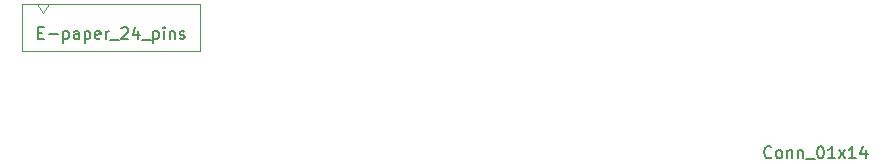
<source format=gbr>
G04 #@! TF.GenerationSoftware,KiCad,Pcbnew,5.99.0-unknown-711fc99~101~ubuntu18.04.1*
G04 #@! TF.CreationDate,2020-06-08T21:24:47+05:30*
G04 #@! TF.ProjectId,paperd.ink_main_pcb,70617065-7264-42e6-996e-6b5f6d61696e,rev?*
G04 #@! TF.SameCoordinates,Original*
G04 #@! TF.FileFunction,AssemblyDrawing,Top*
%FSLAX46Y46*%
G04 Gerber Fmt 4.6, Leading zero omitted, Abs format (unit mm)*
G04 Created by KiCad (PCBNEW 5.99.0-unknown-711fc99~101~ubuntu18.04.1) date 2020-06-08 21:24:47*
%MOMM*%
%LPD*%
G01*
G04 APERTURE LIST*
%ADD10C,0.150000*%
%ADD11C,0.100000*%
G04 APERTURE END LIST*
D10*
X119275523Y-125528571D02*
X119608857Y-125528571D01*
X119751714Y-126052380D02*
X119275523Y-126052380D01*
X119275523Y-125052380D01*
X119751714Y-125052380D01*
X120180285Y-125671428D02*
X120942190Y-125671428D01*
X121418380Y-125385714D02*
X121418380Y-126385714D01*
X121418380Y-125433333D02*
X121513619Y-125385714D01*
X121704095Y-125385714D01*
X121799333Y-125433333D01*
X121846952Y-125480952D01*
X121894571Y-125576190D01*
X121894571Y-125861904D01*
X121846952Y-125957142D01*
X121799333Y-126004761D01*
X121704095Y-126052380D01*
X121513619Y-126052380D01*
X121418380Y-126004761D01*
X122751714Y-126052380D02*
X122751714Y-125528571D01*
X122704095Y-125433333D01*
X122608857Y-125385714D01*
X122418380Y-125385714D01*
X122323142Y-125433333D01*
X122751714Y-126004761D02*
X122656476Y-126052380D01*
X122418380Y-126052380D01*
X122323142Y-126004761D01*
X122275523Y-125909523D01*
X122275523Y-125814285D01*
X122323142Y-125719047D01*
X122418380Y-125671428D01*
X122656476Y-125671428D01*
X122751714Y-125623809D01*
X123227904Y-125385714D02*
X123227904Y-126385714D01*
X123227904Y-125433333D02*
X123323142Y-125385714D01*
X123513619Y-125385714D01*
X123608857Y-125433333D01*
X123656476Y-125480952D01*
X123704095Y-125576190D01*
X123704095Y-125861904D01*
X123656476Y-125957142D01*
X123608857Y-126004761D01*
X123513619Y-126052380D01*
X123323142Y-126052380D01*
X123227904Y-126004761D01*
X124513619Y-126004761D02*
X124418380Y-126052380D01*
X124227904Y-126052380D01*
X124132666Y-126004761D01*
X124085047Y-125909523D01*
X124085047Y-125528571D01*
X124132666Y-125433333D01*
X124227904Y-125385714D01*
X124418380Y-125385714D01*
X124513619Y-125433333D01*
X124561238Y-125528571D01*
X124561238Y-125623809D01*
X124085047Y-125719047D01*
X124989809Y-126052380D02*
X124989809Y-125385714D01*
X124989809Y-125576190D02*
X125037428Y-125480952D01*
X125085047Y-125433333D01*
X125180285Y-125385714D01*
X125275523Y-125385714D01*
X125370761Y-126147619D02*
X126132666Y-126147619D01*
X126323142Y-125147619D02*
X126370761Y-125100000D01*
X126466000Y-125052380D01*
X126704095Y-125052380D01*
X126799333Y-125100000D01*
X126846952Y-125147619D01*
X126894571Y-125242857D01*
X126894571Y-125338095D01*
X126846952Y-125480952D01*
X126275523Y-126052380D01*
X126894571Y-126052380D01*
X127751714Y-125385714D02*
X127751714Y-126052380D01*
X127513619Y-125004761D02*
X127275523Y-125719047D01*
X127894571Y-125719047D01*
X128037428Y-126147619D02*
X128799333Y-126147619D01*
X129037428Y-125385714D02*
X129037428Y-126385714D01*
X129037428Y-125433333D02*
X129132666Y-125385714D01*
X129323142Y-125385714D01*
X129418380Y-125433333D01*
X129466000Y-125480952D01*
X129513619Y-125576190D01*
X129513619Y-125861904D01*
X129466000Y-125957142D01*
X129418380Y-126004761D01*
X129323142Y-126052380D01*
X129132666Y-126052380D01*
X129037428Y-126004761D01*
X129942190Y-126052380D02*
X129942190Y-125385714D01*
X129942190Y-125052380D02*
X129894571Y-125100000D01*
X129942190Y-125147619D01*
X129989809Y-125100000D01*
X129942190Y-125052380D01*
X129942190Y-125147619D01*
X130418380Y-125385714D02*
X130418380Y-126052380D01*
X130418380Y-125480952D02*
X130466000Y-125433333D01*
X130561238Y-125385714D01*
X130704095Y-125385714D01*
X130799333Y-125433333D01*
X130846952Y-125528571D01*
X130846952Y-126052380D01*
X131275523Y-126004761D02*
X131370761Y-126052380D01*
X131561238Y-126052380D01*
X131656476Y-126004761D01*
X131704095Y-125909523D01*
X131704095Y-125861904D01*
X131656476Y-125766666D01*
X131561238Y-125719047D01*
X131418380Y-125719047D01*
X131323142Y-125671428D01*
X131275523Y-125576190D01*
X131275523Y-125528571D01*
X131323142Y-125433333D01*
X131418380Y-125385714D01*
X131561238Y-125385714D01*
X131656476Y-125433333D01*
X181371904Y-136047142D02*
X181324285Y-136094761D01*
X181181428Y-136142380D01*
X181086190Y-136142380D01*
X180943333Y-136094761D01*
X180848095Y-135999523D01*
X180800476Y-135904285D01*
X180752857Y-135713809D01*
X180752857Y-135570952D01*
X180800476Y-135380476D01*
X180848095Y-135285238D01*
X180943333Y-135190000D01*
X181086190Y-135142380D01*
X181181428Y-135142380D01*
X181324285Y-135190000D01*
X181371904Y-135237619D01*
X181943333Y-136142380D02*
X181848095Y-136094761D01*
X181800476Y-136047142D01*
X181752857Y-135951904D01*
X181752857Y-135666190D01*
X181800476Y-135570952D01*
X181848095Y-135523333D01*
X181943333Y-135475714D01*
X182086190Y-135475714D01*
X182181428Y-135523333D01*
X182229047Y-135570952D01*
X182276666Y-135666190D01*
X182276666Y-135951904D01*
X182229047Y-136047142D01*
X182181428Y-136094761D01*
X182086190Y-136142380D01*
X181943333Y-136142380D01*
X182705238Y-135475714D02*
X182705238Y-136142380D01*
X182705238Y-135570952D02*
X182752857Y-135523333D01*
X182848095Y-135475714D01*
X182990952Y-135475714D01*
X183086190Y-135523333D01*
X183133809Y-135618571D01*
X183133809Y-136142380D01*
X183610000Y-135475714D02*
X183610000Y-136142380D01*
X183610000Y-135570952D02*
X183657619Y-135523333D01*
X183752857Y-135475714D01*
X183895714Y-135475714D01*
X183990952Y-135523333D01*
X184038571Y-135618571D01*
X184038571Y-136142380D01*
X184276666Y-136237619D02*
X185038571Y-136237619D01*
X185467142Y-135142380D02*
X185562380Y-135142380D01*
X185657619Y-135190000D01*
X185705238Y-135237619D01*
X185752857Y-135332857D01*
X185800476Y-135523333D01*
X185800476Y-135761428D01*
X185752857Y-135951904D01*
X185705238Y-136047142D01*
X185657619Y-136094761D01*
X185562380Y-136142380D01*
X185467142Y-136142380D01*
X185371904Y-136094761D01*
X185324285Y-136047142D01*
X185276666Y-135951904D01*
X185229047Y-135761428D01*
X185229047Y-135523333D01*
X185276666Y-135332857D01*
X185324285Y-135237619D01*
X185371904Y-135190000D01*
X185467142Y-135142380D01*
X186752857Y-136142380D02*
X186181428Y-136142380D01*
X186467142Y-136142380D02*
X186467142Y-135142380D01*
X186371904Y-135285238D01*
X186276666Y-135380476D01*
X186181428Y-135428095D01*
X187086190Y-136142380D02*
X187610000Y-135475714D01*
X187086190Y-135475714D02*
X187610000Y-136142380D01*
X188514761Y-136142380D02*
X187943333Y-136142380D01*
X188229047Y-136142380D02*
X188229047Y-135142380D01*
X188133809Y-135285238D01*
X188038571Y-135380476D01*
X187943333Y-135428095D01*
X189371904Y-135475714D02*
X189371904Y-136142380D01*
X189133809Y-135094761D02*
X188895714Y-135809047D01*
X189514761Y-135809047D01*
D11*
X117896000Y-123130000D02*
X117896000Y-127080000D01*
X125446000Y-123130000D02*
X117896000Y-123130000D01*
X117906000Y-127080000D02*
X125386000Y-127100000D01*
X125446000Y-123130000D02*
X132996000Y-123130000D01*
X132996000Y-123130000D02*
X132996000Y-127100000D01*
X119696000Y-123837107D02*
X120196000Y-123130000D01*
X132996000Y-127100000D02*
X125386000Y-127100000D01*
X119196000Y-123130000D02*
X119696000Y-123837107D01*
M02*

</source>
